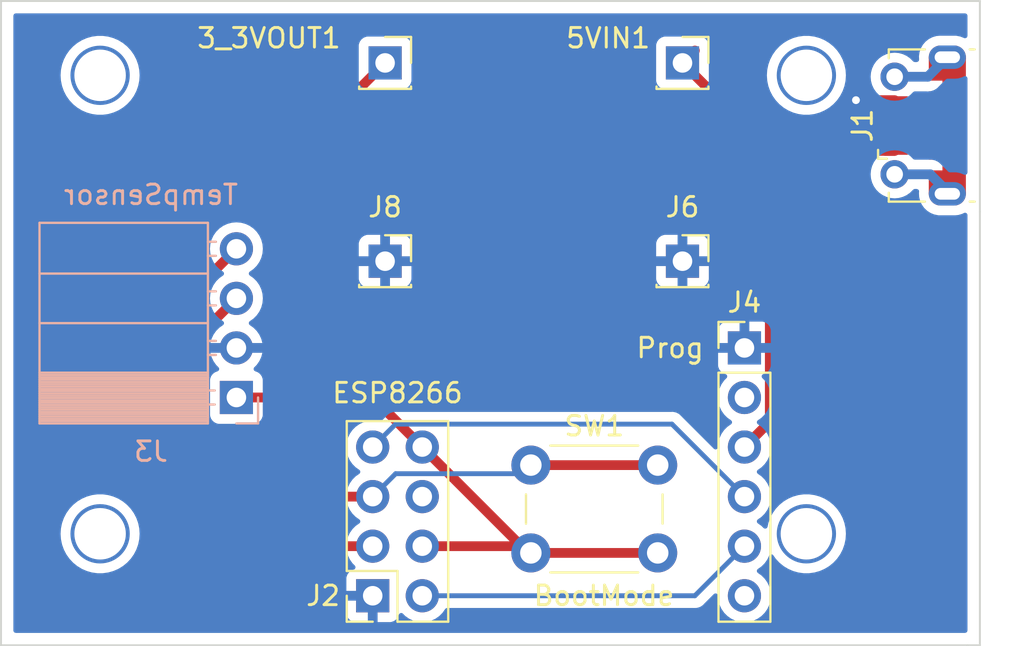
<source format=kicad_pcb>
(kicad_pcb (version 20221018) (generator pcbnew)
  (layers (0 "F.Cu" signal) (31 "B.Cu" signal) (34 "B.Paste" user) (35 "F.Paste" user) (36 "B.SilkS" user "B.Silkscreen") (37 "F.SilkS" user "F.Silkscreen") (38 "B.Mask" user) (39 "F.Mask" user) (44 "Edge.Cuts" user))
  (net 0 "")
  (net 1 "+3.3V")
  (net 2 "+5V")
  (net 6 "GND")
  (net 7 "unconnected-(J1-Shield-Pad6)")
  (net 8 "ESP_Tx")
  (net 9 "SDA")
  (net 10 "SCL")
  (net 12 "ESP_Rx")
  (footprint "Connector_PinSocket_2.54mm:PinSocket_1x01_P2.54mm_Vertical" (layer "F.Cu") (at 184.15 39.37)
    (fp_text reference "J8" (at 0 -2.77) (layer "F.SilkS"))
    (fp_text value "Conn_01x01")
    (fp_line (start -1.33 1.21) (end -1.33 1.33) (stroke (width 0.12)) (layer "F.SilkS"))
    (fp_line (start -1.33 1.33) (end 1.33 1.33) (stroke (width 0.12)) (layer "F.SilkS"))
    (fp_line (start 0 -1.33) (end 1.33 -1.33) (stroke (width 0.12)) (layer "F.SilkS"))
    (fp_line (start 1.33 -1.33) (end 1.33 0) (stroke (width 0.12)) (layer "F.SilkS"))
    (fp_line (start 1.33 1.21) (end 1.33 1.33) (stroke (width 0.12)) (layer "F.SilkS"))
    (pad "1" thru_hole rect (at 0 0) (size 1.7 1.7) (drill 1) (layers "*.Cu" "*.Mask") (net 6 "GND"))
  )
  (footprint "Connector_PinSocket_2.54mm:PinSocket_2x04_P2.54mm_Vertical" (layer "F.Cu") (at 183.515 56.515 180)
    (fp_text reference "J2" (at 2.54 0) (layer "F.SilkS"))
    (fp_text value "ESP8266" (at -1.27 10.39) (layer "F.SilkS"))
    (fp_line (start -3.87 -1.33) (end -3.87 8.95) (stroke (width 0.12)) (layer "F.SilkS"))
    (fp_line (start -3.87 -1.33) (end -1.27 -1.33) (stroke (width 0.12)) (layer "F.SilkS"))
    (fp_line (start -3.87 8.95) (end 1.33 8.95) (stroke (width 0.12)) (layer "F.SilkS"))
    (fp_line (start -1.27 -1.33) (end -1.27 1.27) (stroke (width 0.12)) (layer "F.SilkS"))
    (fp_line (start -1.27 1.27) (end 1.33 1.27) (stroke (width 0.12)) (layer "F.SilkS"))
    (fp_line (start 0 -1.33) (end 1.33 -1.33) (stroke (width 0.12)) (layer "F.SilkS"))
    (fp_line (start 1.33 -1.33) (end 1.33 0) (stroke (width 0.12)) (layer "F.SilkS"))
    (fp_line (start 1.33 1.27) (end 1.33 8.95) (stroke (width 0.12)) (layer "F.SilkS"))
    (pad "1" thru_hole rect (at 0 0 180) (size 1.7 1.7) (drill 1) (layers "*.Cu" "*.Mask") (net 6 "GND"))
    (pad "2" thru_hole oval (at -2.54 0 180) (size 1.7 1.7) (drill 1) (layers "*.Cu" "*.Mask") (net 8 "ESP_Tx"))
    (pad "3" thru_hole oval (at 0 2.54 180) (size 1.7 1.7) (drill 1) (layers "*.Cu" "*.Mask") (net 9 "SDA"))
    (pad "4" thru_hole oval (at -2.54 2.54 180) (size 1.7 1.7) (drill 1) (layers "*.Cu" "*.Mask") (net 1 "+3.3V"))
    (pad "5" thru_hole oval (at 0 5.08 180) (size 1.7 1.7) (drill 1) (layers "*.Cu" "*.Mask") (net 10 "SCL"))
    (pad "6" thru_hole oval (at -2.54 5.08 180) (size 1.7 1.7) (drill 1) (layers "*.Cu" "*.Mask"))
    (pad "7" thru_hole oval (at 0 7.62 180) (size 1.7 1.7) (drill 1) (layers "*.Cu" "*.Mask") (net 12 "ESP_Rx"))
    (pad "8" thru_hole oval (at -2.54 7.62 180) (size 1.7 1.7) (drill 1) (layers "*.Cu" "*.Mask") (net 1 "+3.3V"))
  )
  (footprint "Connector_PinSocket_2.54mm:PinSocket_1x01_P2.54mm_Vertical" (layer "F.Cu") (at 199.39 29.21)
    (fp_text reference "5VIN1" (at -3.81 -1.27) (layer "F.SilkS"))
    (fp_text value "Conn_01x01")
    (fp_line (start -1.33 1.21) (end -1.33 1.33) (stroke (width 0.12)) (layer "F.SilkS"))
    (fp_line (start -1.33 1.33) (end 1.33 1.33) (stroke (width 0.12)) (layer "F.SilkS"))
    (fp_line (start 0 -1.33) (end 1.33 -1.33) (stroke (width 0.12)) (layer "F.SilkS"))
    (fp_line (start 1.33 -1.33) (end 1.33 0) (stroke (width 0.12)) (layer "F.SilkS"))
    (fp_line (start 1.33 1.21) (end 1.33 1.33) (stroke (width 0.12)) (layer "F.SilkS"))
    (pad "1" thru_hole rect (at 0 0) (size 1.7 1.7) (drill 1) (layers "*.Cu" "*.Mask") (net 2 "+5V"))
  )
  (footprint "Connector_PinHeader_2.54mm:PinHeader_1x06_P2.54mm_Vertical" (layer "F.Cu") (at 202.565 43.815)
    (fp_text reference "J4" (at 0 -2.33) (layer "F.SilkS"))
    (fp_text value "Prog" (at -3.81 0) (layer "F.SilkS"))
    (fp_line (start -1.33 -1.33) (end 0 -1.33) (stroke (width 0.12)) (layer "F.SilkS"))
    (fp_line (start -1.33 0) (end -1.33 -1.33) (stroke (width 0.12)) (layer "F.SilkS"))
    (fp_line (start -1.33 1.27) (end -1.33 14.03) (stroke (width 0.12)) (layer "F.SilkS"))
    (fp_line (start -1.33 1.27) (end 1.33 1.27) (stroke (width 0.12)) (layer "F.SilkS"))
    (fp_line (start -1.33 14.03) (end 1.33 14.03) (stroke (width 0.12)) (layer "F.SilkS"))
    (fp_line (start 1.33 1.27) (end 1.33 14.03) (stroke (width 0.12)) (layer "F.SilkS"))
    (pad "1" thru_hole rect (at 0 0) (size 1.7 1.7) (drill 1) (layers "*.Cu" "*.Mask") (net 6 "GND"))
    (pad "2" thru_hole oval (at 0 2.54) (size 1.7 1.7) (drill 1) (layers "*.Cu" "*.Mask"))
    (pad "3" thru_hole oval (at 0 5.08) (size 1.7 1.7) (drill 1) (layers "*.Cu" "*.Mask") (net 2 "+5V"))
    (pad "4" thru_hole oval (at 0 7.62) (size 1.7 1.7) (drill 1) (layers "*.Cu" "*.Mask") (net 12 "ESP_Rx"))
    (pad "5" thru_hole oval (at 0 10.16) (size 1.7 1.7) (drill 1) (layers "*.Cu" "*.Mask") (net 8 "ESP_Tx"))
    (pad "6" thru_hole oval (at 0 12.7) (size 1.7 1.7) (drill 1) (layers "*.Cu" "*.Mask"))
  )
  (footprint "Connector_PinSocket_2.54mm:PinSocket_1x01_P2.54mm_Vertical" (layer "F.Cu") (at 184.15 29.21)
    (fp_text reference "3_3VOUT1" (at -5.955 -1.27) (layer "F.SilkS"))
    (fp_text value "Conn_01x01")
    (fp_line (start -1.33 1.21) (end -1.33 1.33) (stroke (width 0.12)) (layer "F.SilkS"))
    (fp_line (start -1.33 1.33) (end 1.33 1.33) (stroke (width 0.12)) (layer "F.SilkS"))
    (fp_line (start 0 -1.33) (end 1.33 -1.33) (stroke (width 0.12)) (layer "F.SilkS"))
    (fp_line (start 1.33 -1.33) (end 1.33 0) (stroke (width 0.12)) (layer "F.SilkS"))
    (fp_line (start 1.33 1.21) (end 1.33 1.33) (stroke (width 0.12)) (layer "F.SilkS"))
    (pad "1" thru_hole rect (at 0 0) (size 1.7 1.7) (drill 1) (layers "*.Cu" "*.Mask") (net 1 "+3.3V"))
  )
  (footprint "Connector_PinSocket_2.54mm:PinSocket_1x01_P2.54mm_Vertical" (layer "F.Cu") (at 199.39 39.37)
    (fp_text reference "J6" (at 0 -2.77) (layer "F.SilkS"))
    (fp_text value "Conn_01x01")
    (fp_line (start -1.33 1.21) (end -1.33 1.33) (stroke (width 0.12)) (layer "F.SilkS"))
    (fp_line (start -1.33 1.33) (end 1.33 1.33) (stroke (width 0.12)) (layer "F.SilkS"))
    (fp_line (start 0 -1.33) (end 1.33 -1.33) (stroke (width 0.12)) (layer "F.SilkS"))
    (fp_line (start 1.33 -1.33) (end 1.33 0) (stroke (width 0.12)) (layer "F.SilkS"))
    (fp_line (start 1.33 1.21) (end 1.33 1.33) (stroke (width 0.12)) (layer "F.SilkS"))
    (pad "1" thru_hole rect (at 0 0) (size 1.7 1.7) (drill 1) (layers "*.Cu" "*.Mask") (net 6 "GND"))
  )
  (footprint "Button_Switch_THT:SW_PUSH_6mm" (layer "F.Cu") (at 191.62 49.82)
    (fp_text reference "SW1" (at 3.25 -2) (layer "F.SilkS"))
    (fp_text value "BootMode" (at 3.75 6.695) (layer "F.SilkS"))
    (fp_line (start -0.25 1.5) (end -0.25 3) (stroke (width 0.12)) (layer "F.SilkS"))
    (fp_line (start 1 5.5) (end 5.5 5.5) (stroke (width 0.12)) (layer "F.SilkS"))
    (fp_line (start 5.5 -1) (end 1 -1) (stroke (width 0.12)) (layer "F.SilkS"))
    (fp_line (start 6.75 3) (end 6.75 1.5) (stroke (width 0.12)) (layer "F.SilkS"))
    (pad "1" thru_hole circle (at 0 0 90) (size 2 2) (drill 1.1) (layers "*.Cu" "*.Mask") (net 10 "SCL"))
    (pad "1" thru_hole circle (at 6.5 0 90) (size 2 2) (drill 1.1) (layers "*.Cu" "*.Mask") (net 10 "SCL"))
    (pad "2" thru_hole circle (at 0 4.5 90) (size 2 2) (drill 1.1) (layers "*.Cu" "*.Mask") (net 1 "+3.3V"))
    (pad "2" thru_hole circle (at 6.5 4.5 90) (size 2 2) (drill 1.1) (layers "*.Cu" "*.Mask") (net 1 "+3.3V"))
  )
  (footprint "Connector_USB:USB_Micro-B_Molex-105017-0001" (layer "F.Cu") (at 211.725 32.4175 90)
    (fp_text reference "J1" (at 0 -3.1125 90) (layer "F.SilkS"))
    (fp_text value "USB_B_Mini")
    (fp_line (start -3.9 -1.7625) (end -3.45 -1.7625) (stroke (width 0.12)) (layer "F.SilkS"))
    (fp_line (start -3.9 0.0875) (end -3.9 -1.7625) (stroke (width 0.12)) (layer "F.SilkS"))
    (fp_line (start -3.9 2.6375) (end -3.9 2.3875) (stroke (width 0.12)) (layer "F.SilkS"))
    (fp_line (start -1.7 -2.3125) (end -1.7 -1.8625) (stroke (width 0.12)) (layer "F.SilkS"))
    (fp_line (start -1.7 -2.3125) (end -1.25 -2.3125) (stroke (width 0.12)) (layer "F.SilkS"))
    (fp_line (start 3.9 -1.7625) (end 3.45 -1.7625) (stroke (width 0.12)) (layer "F.SilkS"))
    (fp_line (start 3.9 0.0875) (end 3.9 -1.7625) (stroke (width 0.12)) (layer "F.SilkS"))
    (fp_line (start 3.9 2.6375) (end 3.9 2.3875) (stroke (width 0.12)) (layer "F.SilkS"))
    (pad "1" smd rect (at -1.3 -1.4625 90) (size 0.4 1.35) (layers "F.Cu" "F.Paste" "F.Mask") (net 2 "+5V"))
    (pad "2" smd rect (at -0.65 -1.4625 90) (size 0.4 1.35) (layers "F.Cu" "F.Paste" "F.Mask"))
    (pad "3" smd rect (at 0 -1.4625 90) (size 0.4 1.35) (layers "F.Cu" "F.Paste" "F.Mask"))
    (pad "4" smd rect (at 0.65 -1.4625 90) (size 0.4 1.35) (layers "F.Cu" "F.Paste" "F.Mask"))
    (pad "5" smd rect (at 1.3 -1.4625 90) (size 0.4 1.35) (layers "F.Cu" "F.Paste" "F.Mask") (net 6 "GND"))
    (pad "6" thru_hole oval (at -3.5 1.2375 270) (size 1.2 1.9) (drill oval 0.6 1.3) (layers "*.Cu" "*.Mask") (net 7 "unconnected-(J1-Shield-Pad6)"))
    (pad "6" smd rect (at -2.9 1.2375 90) (size 1.2 1.9) (layers "F.Cu" "F.Mask") (net 7 "unconnected-(J1-Shield-Pad6)"))
    (pad "6" thru_hole circle (at -2.5 -1.4625 90) (size 1.45 1.45) (drill 0.85) (layers "*.Cu" "*.Mask") (net 7 "unconnected-(J1-Shield-Pad6)"))
    (pad "6" smd rect (at -1 1.2375 90) (size 1.5 1.9) (layers "F.Cu" "F.Paste" "F.Mask") (net 7 "unconnected-(J1-Shield-Pad6)"))
    (pad "6" smd rect (at 1 1.2375 90) (size 1.5 1.9) (layers "F.Cu" "F.Paste" "F.Mask") (net 7 "unconnected-(J1-Shield-Pad6)"))
    (pad "6" thru_hole circle (at 2.5 -1.4625 90) (size 1.45 1.45) (drill 0.85) (layers "*.Cu" "*.Mask") (net 7 "unconnected-(J1-Shield-Pad6)"))
    (pad "6" smd rect (at 2.9 1.2375 90) (size 1.2 1.9) (layers "F.Cu" "F.Mask") (net 7 "unconnected-(J1-Shield-Pad6)"))
    (pad "6" thru_hole oval (at 3.5 1.2375 90) (size 1.2 1.9) (drill oval 0.6 1.3) (layers "*.Cu" "*.Mask") (net 7 "unconnected-(J1-Shield-Pad6)"))
  )
  (footprint "Connector_PinSocket_2.54mm:PinSocket_1x04_P2.54mm_Horizontal" (layer "B.Cu") (at 176.53 46.355)
    (fp_text reference "J3" (at -4.38 2.77 -360) (layer "B.SilkS") (effects (justify mirror)))
    (fp_text value "TempSensor" (at -4.38 -10.39) (layer "B.SilkS") (effects (justify mirror)))
    (fp_line (start -10.09 -8.95) (end -1.46 -8.95) (stroke (width 0.12)) (layer "B.SilkS"))
    (fp_line (start -10.09 -6.35) (end -1.46 -6.35) (stroke (width 0.12)) (layer "B.SilkS"))
    (fp_line (start -10.09 -3.81) (end -1.46 -3.81) (stroke (width 0.12)) (layer "B.SilkS"))
    (fp_line (start -10.09 -1.27) (end -1.46 -1.27) (stroke (width 0.12)) (layer "B.SilkS"))
    (fp_line (start -10.09 -1.1519) (end -1.46 -1.1519) (stroke (width 0.12)) (layer "B.SilkS"))
    (fp_line (start -10.09 -1.033805) (end -1.46 -1.033805) (stroke (width 0.12)) (layer "B.SilkS"))
    (fp_line (start -10.09 -0.91571) (end -1.46 -0.91571) (stroke (width 0.12)) (layer "B.SilkS"))
    (fp_line (start -10.09 -0.797615) (end -1.46 -0.797615) (stroke (width 0.12)) (layer "B.SilkS"))
    (fp_line (start -10.09 -0.67952) (end -1.46 -0.67952) (stroke (width 0.12)) (layer "B.SilkS"))
    (fp_line (start -10.09 -0.561425) (end -1.46 -0.561425) (stroke (width 0.12)) (layer "B.SilkS"))
    (fp_line (start -10.09 -0.44333) (end -1.46 -0.44333) (stroke (width 0.12)) (layer "B.SilkS"))
    (fp_line (start -10.09 -0.325235) (end -1.46 -0.325235) (stroke (width 0.12)) (layer "B.SilkS"))
    (fp_line (start -10.09 -0.20714) (end -1.46 -0.20714) (stroke (width 0.12)) (layer "B.SilkS"))
    (fp_line (start -10.09 -0.089045) (end -1.46 -0.089045) (stroke (width 0.12)) (layer "B.SilkS"))
    (fp_line (start -10.09 0.02905) (end -1.46 0.02905) (stroke (width 0.12)) (layer "B.SilkS"))
    (fp_line (start -10.09 0.147145) (end -1.46 0.147145) (stroke (width 0.12)) (layer "B.SilkS"))
    (fp_line (start -10.09 0.26524) (end -1.46 0.26524) (stroke (width 0.12)) (layer "B.SilkS"))
    (fp_line (start -10.09 0.383335) (end -1.46 0.383335) (stroke (width 0.12)) (layer "B.SilkS"))
    (fp_line (start -10.09 0.50143) (end -1.46 0.50143) (stroke (width 0.12)) (layer "B.SilkS"))
    (fp_line (start -10.09 0.619525) (end -1.46 0.619525) (stroke (width 0.12)) (layer "B.SilkS"))
    (fp_line (start -10.09 0.73762) (end -1.46 0.73762) (stroke (width 0.12)) (layer "B.SilkS"))
    (fp_line (start -10.09 0.855715) (end -1.46 0.855715) (stroke (width 0.12)) (layer "B.SilkS"))
    (fp_line (start -10.09 0.97381) (end -1.46 0.97381) (stroke (width 0.12)) (layer "B.SilkS"))
    (fp_line (start -10.09 1.091905) (end -1.46 1.091905) (stroke (width 0.12)) (layer "B.SilkS"))
    (fp_line (start -10.09 1.21) (end -1.46 1.21) (stroke (width 0.12)) (layer "B.SilkS"))
    (fp_line (start -10.09 1.33) (end -10.09 -8.95) (stroke (width 0.12)) (layer "B.SilkS"))
    (fp_line (start -10.09 1.33) (end -1.46 1.33) (stroke (width 0.12)) (layer "B.SilkS"))
    (fp_line (start -1.46 -7.98) (end -1.05 -7.98) (stroke (width 0.12)) (layer "B.SilkS"))
    (fp_line (start -1.46 -7.26) (end -1.05 -7.26) (stroke (width 0.12)) (layer "B.SilkS"))
    (fp_line (start -1.46 -5.44) (end -1.05 -5.44) (stroke (width 0.12)) (layer "B.SilkS"))
    (fp_line (start -1.46 -4.72) (end -1.05 -4.72) (stroke (width 0.12)) (layer "B.SilkS"))
    (fp_line (start -1.46 -2.9) (end -1.05 -2.9) (stroke (width 0.12)) (layer "B.SilkS"))
    (fp_line (start -1.46 -2.18) (end -1.05 -2.18) (stroke (width 0.12)) (layer "B.SilkS"))
    (fp_line (start -1.46 -0.36) (end -1.11 -0.36) (stroke (width 0.12)) (layer "B.SilkS"))
    (fp_line (start -1.46 0.36) (end -1.11 0.36) (stroke (width 0.12)) (layer "B.SilkS"))
    (fp_line (start -1.46 1.33) (end -1.46 -8.95) (stroke (width 0.12)) (layer "B.SilkS"))
    (fp_line (start 0 1.33) (end 1.11 1.33) (stroke (width 0.12)) (layer "B.SilkS"))
    (fp_line (start 1.11 1.33) (end 1.11 0) (stroke (width 0.12)) (layer "B.SilkS"))
    (pad "1" thru_hole rect (at 0 0) (size 1.7 1.7) (drill 1) (layers "*.Cu" "*.Mask") (net 1 "+3.3V"))
    (pad "2" thru_hole oval (at 0 -2.54) (size 1.7 1.7) (drill 1) (layers "*.Cu" "*.Mask") (net 6 "GND"))
    (pad "3" thru_hole oval (at 0 -5.08) (size 1.7 1.7) (drill 1) (layers "*.Cu" "*.Mask") (net 10 "SCL"))
    (pad "4" thru_hole oval (at 0 -7.62) (size 1.7 1.7) (drill 1) (layers "*.Cu" "*.Mask") (net 9 "SDA"))
  )
  (gr_circle (center 205.74 53.34) (end 204.47 52.705) (stroke (width 0.2)) (fill none) (layer "B.Cu"))
  (gr_circle (center 205.74 29.845) (end 204.47 29.21) (stroke (width 0.2)) (fill none) (layer "B.Cu"))
  (gr_circle (center 169.545 29.845) (end 168.91 28.575) (stroke (width 0.2)) (fill none) (layer "B.Cu"))
  (gr_circle (center 169.545 53.34) (end 168.91 52.07) (stroke (width 0.2)) (fill none) (layer "B.Cu"))
  (gr_line (start 214.63 36.83) (end 214.63 26.035) (stroke (width 0.1)) (layer "Edge.Cuts"))
  (gr_line (start 164.465 59.055) (end 213.995 59.055) (stroke (width 0.1)) (layer "Edge.Cuts"))
  (gr_line (start 214.63 59.055) (end 214.63 36.83) (stroke (width 0.1)) (layer "Edge.Cuts"))
  (gr_line (start 214.63 26.035) (end 164.465 26.035) (stroke (width 0.1)) (layer "Edge.Cuts"))
  (gr_line (start 164.465 26.035) (end 164.465 59.055) (stroke (width 0.1)) (layer "Edge.Cuts"))
  (gr_line (start 213.995 59.055) (end 214.63 59.055) (stroke (width 0.1)) (layer "Edge.Cuts"))
  (segment (start 180.975 32.385) (end 180.975 46.355) (width 0.5) (layer "F.Cu") (net 1))
  (segment (start 191.62 54.32) (end 198.12 54.32) (width 0.5) (layer "F.Cu") (net 1))
  (segment (start 191.48 54.32) (end 191.62 54.32) (width 0.5) (layer "F.Cu") (net 1))
  (segment (start 184.15 29.21) (end 180.975 32.385) (width 0.5) (layer "F.Cu") (net 1))
  (segment (start 186.055 53.975) (end 191.275 53.975) (width 0.5) (layer "F.Cu") (net 1))
  (segment (start 186.055 48.895) (end 183.515 46.355) (width 0.5) (layer "F.Cu") (net 1))
  (segment (start 180.975 46.355) (end 176.53 46.355) (width 0.5) (layer "F.Cu") (net 1))
  (segment (start 191.275 53.975) (end 191.62 54.32) (width 0.5) (layer "F.Cu") (net 1))
  (segment (start 186.055 48.895) (end 191.48 54.32) (width 0.5) (layer "F.Cu") (net 1))
  (segment (start 183.515 46.355) (end 180.975 46.355) (width 0.5) (layer "F.Cu") (net 1))
  (segment (start 186.4 54.32) (end 186.055 53.975) (width 0.5) (layer "B.Cu") (net 1))
  (segment (start 202.565 48.895) (end 203.865 47.595) (width 0.5) (layer "F.Cu") (net 2))
  (segment (start 203.865 47.595) (end 203.865 33.75) (width 0.5) (layer "F.Cu") (net 2))
  (segment (start 200.025 28.575) (end 199.39 29.21) (width 0.5) (layer "F.Cu") (net 2))
  (segment (start 203.8975 33.7175) (end 199.39 29.21) (width 0.5) (layer "F.Cu") (net 2))
  (segment (start 210.2625 33.7175) (end 209.7875 33.7175) (width 0.5) (layer "F.Cu") (net 2))
  (segment (start 210.2625 33.7175) (end 203.8975 33.7175) (width 0.5) (layer "F.Cu") (net 2))
  (segment (start 203.865 33.75) (end 203.8975 33.7175) (width 0.5) (layer "F.Cu") (net 2))
  (segment (start 208.28 31.1175) (end 210.2625 31.1175) (width 0.5) (layer "F.Cu") (net 6))
  (via (at 208.28 31.1175) (size 0.8) (drill 0.4) (layers "F.Cu" "B.Cu") (net 6))
  (segment (start 184.15 39.37) (end 183.515 39.37) (width 0.5) (layer "B.Cu") (net 6))
  (segment (start 212.9625 33.4175) (end 212.9625 35.3175) (width 0.5) (layer "F.Cu") (net 7))
  (segment (start 212.9625 31.4175) (end 212.9625 33.4175) (width 0.5) (layer "F.Cu") (net 7))
  (segment (start 212.9625 29.5175) (end 212.9625 31.4175) (width 0.5) (layer "F.Cu") (net 7))
  (segment (start 212.0825 34.9175) (end 210.2625 34.9175) (width 0.5) (layer "B.Cu") (net 7))
  (segment (start 212.9625 35.7975) (end 212.0825 34.9175) (width 0.5) (layer "B.Cu") (net 7))
  (segment (start 211.9625 29.9175) (end 212.9625 28.9175) (width 0.5) (layer "B.Cu") (net 7))
  (segment (start 210.2625 29.9175) (end 211.9625 29.9175) (width 0.5) (layer "B.Cu") (net 7))
  (segment (start 212.9625 35.9175) (end 212.9625 35.7975) (width 0.5) (layer "B.Cu") (net 7))
  (segment (start 202.565 53.975) (end 200.025 56.515) (width 0.25) (layer "B.Cu") (net 8))
  (segment (start 200.025 56.515) (end 186.055 56.515) (width 0.25) (layer "B.Cu") (net 8))
  (segment (start 173.925 41.34) (end 176.53 38.735) (width 0.5) (layer "F.Cu") (net 9))
  (segment (start 173.925 47.914949) (end 173.925 41.34) (width 0.5) (layer "F.Cu") (net 9))
  (segment (start 179.98505 53.975) (end 173.925 47.914949) (width 0.5) (layer "F.Cu") (net 9))
  (segment (start 183.515 53.975) (end 179.98505 53.975) (width 0.5) (layer "F.Cu") (net 9))
  (segment (start 174.625 47.625) (end 174.625 43.18) (width 0.5) (layer "F.Cu") (net 10))
  (segment (start 191.62 49.82) (end 191.18 50.26) (width 0.25) (layer "F.Cu") (net 10))
  (segment (start 174.625 43.18) (end 176.53 41.275) (width 0.5) (layer "F.Cu") (net 10))
  (segment (start 183.515 51.435) (end 178.435 51.435) (width 0.5) (layer "F.Cu") (net 10))
  (segment (start 178.435 51.435) (end 174.625 47.625) (width 0.5) (layer "F.Cu") (net 10))
  (segment (start 191.62 49.82) (end 198.12 49.82) (width 0.5) (layer "F.Cu") (net 10))
  (segment (start 184.69 50.26) (end 191.18 50.26) (width 0.25) (layer "B.Cu") (net 10))
  (segment (start 191.18 50.26) (end 191.62 49.82) (width 0.25) (layer "B.Cu") (net 10))
  (segment (start 183.515 51.435) (end 184.69 50.26) (width 0.25) (layer "B.Cu") (net 10))
  (segment (start 184.69 47.72) (end 198.85 47.72) (width 0.25) (layer "B.Cu") (net 12))
  (segment (start 183.515 48.895) (end 184.69 47.72) (width 0.25) (layer "B.Cu") (net 12))
  (segment (start 198.85 47.72) (end 202.565 51.435) (width 0.25) (layer "B.Cu") (net 12))
  (zone (net 6) (net_name "GND") (layer "B.Cu") (connect_pads (clearance 0.5)) (min_thickness 0.25) (fill yes (thermal_gap 0.5) (thermal_bridge_width 0.5))
    (polygon (pts (xy 213.995 26.67) (xy 213.995 58.42) (xy 165.1 58.42) (xy 165.1 26.67)))
  )
)
</source>
